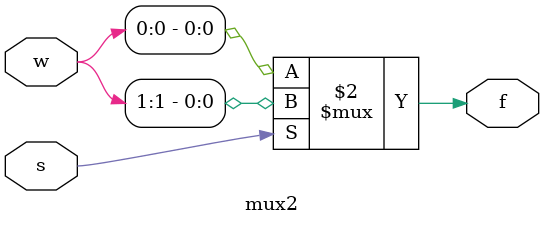
<source format=v>
module mux16(s,w,f);
input[3:0]s;
input[15:0]w;
wire[1:0]i;
output f;
mux8 st0 (s[2:0],w[7:0],i[0]);
mux8 st1 (s[2:0],w[15:8],i[1]);
mux2 st2 (s[3],i,f);
endmodule


module mux8(s,w,f);
input[2:0]s;
input[7:0]w;
output reg f;
always @(s,w)begin
 case(s)
 0:begin
 f=w[0];
 end
 
 1:begin
 f=w[1];
 end
 
 2:begin
 f=w[2];
 end
 
 3:begin
 f=w[3];
 end
 
 4:begin
 f=w[4];
 end
 
 5:begin
 f=w[5];
 end
 
 6:begin
 f=w[6];
 end
 
 7:begin
 f=w[7];
 end
 
 default:begin
 f=0;
 end
 endcase
end 
endmodule
 
 module mux2(s,w,f);
input s;
input[1:0]w;
output reg f;
always @(s or w)
begin
 f=s?w[1]:w[0];
 end
 endmodule
 
 
 

</source>
